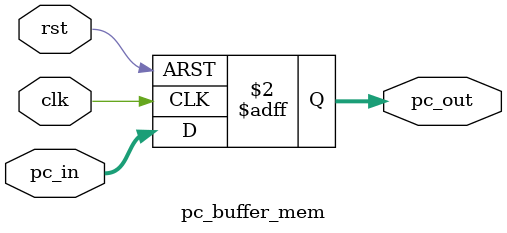
<source format=sv>
module pc_buffer_mem (
    input logic clk,
    input logic rst,
    input logic [31:0] pc_in,
    output logic [31:0] pc_out
);

  always_ff @(posedge clk or posedge rst) begin
    if (rst) begin
      pc_out <= 0;
    end else begin
      pc_out <= pc_in;
    end
  end
endmodule

</source>
